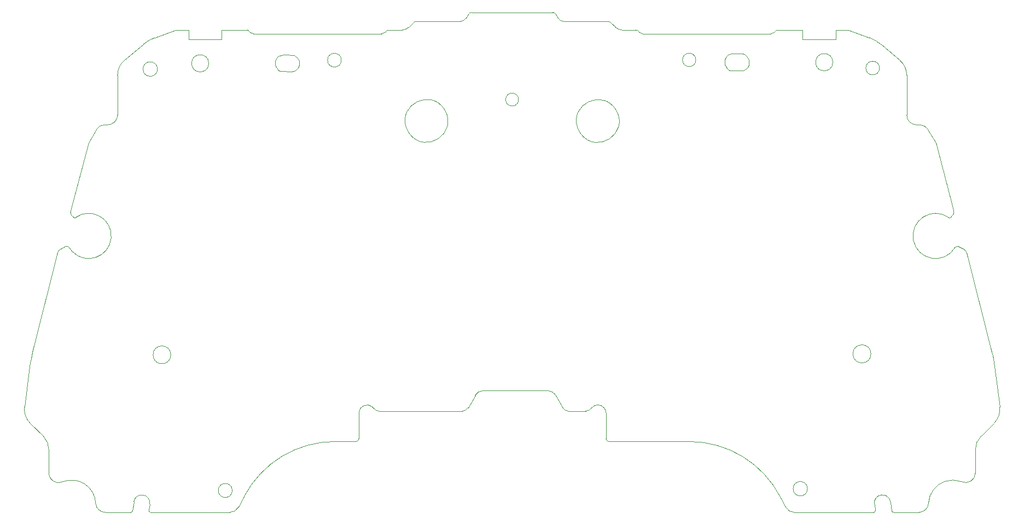
<source format=gm1>
G04 #@! TF.GenerationSoftware,KiCad,Pcbnew,9.0.3-9.0.3-0~ubuntu22.04.1*
G04 #@! TF.CreationDate,2025-08-06T12:37:18-06:00*
G04 #@! TF.ProjectId,Steam_Controller,53746561-6d5f-4436-9f6e-74726f6c6c65,rev?*
G04 #@! TF.SameCoordinates,Original*
G04 #@! TF.FileFunction,Profile,NP*
%FSLAX46Y46*%
G04 Gerber Fmt 4.6, Leading zero omitted, Abs format (unit mm)*
G04 Created by KiCad (PCBNEW 9.0.3-9.0.3-0~ubuntu22.04.1) date 2025-08-06 12:37:18*
%MOMM*%
%LPD*%
G01*
G04 APERTURE LIST*
G04 #@! TA.AperFunction,Profile*
%ADD10C,0.050000*%
G04 #@! TD*
G04 APERTURE END LIST*
D10*
X186570000Y-63540000D02*
X186770000Y-63580000D01*
X78306142Y-118136626D02*
X80381053Y-120199562D01*
X213981809Y-70425008D02*
X213981809Y-64238469D01*
X96827115Y-130645243D02*
X96705011Y-131530305D01*
X180304789Y-120972680D02*
G75*
G02*
X194459979Y-129631555I-139J-15899840D01*
G01*
X160903175Y-55935426D02*
G75*
G02*
X160196047Y-55642539I25J1000126D01*
G01*
X118850000Y-61135000D02*
X118210000Y-61105000D01*
X116480000Y-61575000D02*
X116320000Y-61845000D01*
X196579200Y-131935426D02*
X208908478Y-131935426D01*
X94350569Y-130303578D02*
G75*
G02*
X96827030Y-130645231I1238231J-170822D01*
G01*
X112429259Y-57659697D02*
X112096795Y-57327231D01*
X146074659Y-115752520D02*
G75*
G02*
X145214077Y-116252524I-866059J500020D01*
G01*
X90328155Y-71935428D02*
X89816014Y-71935428D01*
X78722871Y-106821702D02*
X78652444Y-107106267D01*
X227087099Y-106821702D02*
X223240885Y-91732492D01*
X227568201Y-109345508D02*
X227479199Y-108723493D01*
X107925909Y-57256734D02*
X107925909Y-58700807D01*
X221245287Y-85094203D02*
X218463670Y-74713084D01*
X188690000Y-63540000D02*
X188950000Y-63400000D01*
X84532831Y-85213078D02*
X84532831Y-85458763D01*
X186550000Y-60980000D02*
X186330000Y-61120000D01*
X117170000Y-63645000D02*
X118790000Y-63675000D01*
X163082622Y-72534700D02*
G75*
G02*
X163545376Y-73361001I3080778J1182600D01*
G01*
X119390000Y-61315000D02*
X119180000Y-61205000D01*
X189510000Y-62710000D02*
X189570000Y-62330000D01*
X224604982Y-125830600D02*
G75*
G02*
X222451151Y-127186622I-1503782J0D01*
G01*
X146295787Y-54658885D02*
X146119240Y-54835431D01*
X181339496Y-61890000D02*
G75*
G02*
X179280504Y-61890000I-1029496J0D01*
G01*
X179280504Y-61890000D02*
G75*
G02*
X181339496Y-61890000I1029496J0D01*
G01*
X145772848Y-55435407D02*
G75*
G02*
X144906800Y-55935423I-866048J500007D01*
G01*
X163545372Y-73361004D02*
G75*
G02*
X163082618Y-72534701I1632728J1457104D01*
G01*
X212906293Y-61945896D02*
G75*
G02*
X213981809Y-64238469I-1924493J-2301404D01*
G01*
X227278848Y-107642471D02*
X227157518Y-107106267D01*
X119120000Y-63645000D02*
X119370000Y-63525000D01*
X188830000Y-61020000D02*
X188500000Y-60890000D01*
X212906293Y-61945896D02*
X210003297Y-59492432D01*
X119950000Y-62635000D02*
X119950000Y-62345000D01*
X217361689Y-130505448D02*
G75*
G02*
X215863329Y-131935421I-1498289J69948D01*
G01*
X131217527Y-115581088D02*
G75*
G02*
X131422569Y-115791570I-786527J-971312D01*
G01*
X167882307Y-120972532D02*
X180304789Y-120972749D01*
X84821553Y-91551594D02*
G75*
G02*
X84340692Y-90914494I2610447J2470294D01*
G01*
X146119240Y-54835431D02*
X145772848Y-55435407D01*
X222751667Y-91148896D02*
G75*
G02*
X223240885Y-91732492I-380367J-815704D01*
G01*
X116980000Y-63605000D02*
X117170000Y-63645000D01*
X159690731Y-54835431D02*
X159510057Y-54654758D01*
X209104959Y-131735400D02*
X209104959Y-131530305D01*
X119910000Y-61985000D02*
X119790000Y-61725000D01*
X96705011Y-131530305D02*
X96705011Y-131739194D01*
X144906800Y-55935426D02*
X138012134Y-55935426D01*
X219855485Y-127152662D02*
G75*
G02*
X222451151Y-127186618I1251815J-3534638D01*
G01*
X82354738Y-127291093D02*
G75*
G02*
X81204903Y-125821684I350162J1458593D01*
G01*
X111922700Y-57256734D02*
X107925909Y-57256734D01*
X193701473Y-57339393D02*
G75*
G02*
X193883178Y-57256734I186127J-168107D01*
G01*
X96905000Y-131935426D02*
G75*
G02*
X96705010Y-131739194I0J200026D01*
G01*
X204957922Y-57256749D02*
X202975771Y-57256742D01*
X185810000Y-62110000D02*
X185810000Y-62380000D01*
X208450000Y-107400000D02*
G75*
G02*
X205653646Y-107400000I-1398177J0D01*
G01*
X205653646Y-107400000D02*
G75*
G02*
X208450000Y-107400000I1398177J0D01*
G01*
X227157518Y-107106267D02*
X227087099Y-106821702D01*
X186770000Y-63580000D02*
X188480000Y-63580000D01*
X109592081Y-128550000D02*
G75*
G02*
X107427919Y-128550000I-1082081J0D01*
G01*
X107427919Y-128550000D02*
G75*
G02*
X109592081Y-128550000I1082081J0D01*
G01*
X80381053Y-120199562D02*
G75*
G02*
X81204904Y-122264600I-2176153J-2065038D01*
G01*
X186450000Y-63490000D02*
X186570000Y-63540000D01*
X133204033Y-57636402D02*
G75*
G02*
X132723352Y-57835408I-480633J480902D01*
G01*
X172032511Y-57256704D02*
X169922900Y-57256704D01*
X89946639Y-131935426D02*
X93870534Y-131935289D01*
X153899823Y-68035426D02*
G75*
G02*
X151910147Y-68035426I-994838J0D01*
G01*
X151910147Y-68035426D02*
G75*
G02*
X153899823Y-68035426I994838J0D01*
G01*
X95806830Y-59492303D02*
G75*
G02*
X97617691Y-58440432I3872870J-4582697D01*
G01*
X110558254Y-131133882D02*
X111434395Y-129468791D01*
X209104959Y-131735400D02*
G75*
G02*
X208908478Y-131935427I-200059J0D01*
G01*
X135876467Y-57256704D02*
X133757700Y-57256704D01*
X198620405Y-128280000D02*
G75*
G02*
X196399595Y-128280000I-1110405J0D01*
G01*
X196399595Y-128280000D02*
G75*
G02*
X198620405Y-128280000I1110405J0D01*
G01*
X95806830Y-59492303D02*
X92891715Y-61955951D01*
X116230000Y-62625000D02*
X116290000Y-62855000D01*
X185890000Y-62750000D02*
X185960000Y-62900000D01*
X91828161Y-70435400D02*
G75*
G02*
X90328155Y-71935461I-1500061J0D01*
G01*
X192951783Y-57835424D02*
X173086600Y-57835424D01*
X186150000Y-63220000D02*
X186320000Y-63370000D01*
X209104959Y-131530305D02*
X208982856Y-130645224D01*
X225504871Y-120122262D02*
X227509102Y-118131396D01*
X202544166Y-62250000D02*
G75*
G02*
X199875834Y-62250000I-1334166J0D01*
G01*
X199875834Y-62250000D02*
G75*
G02*
X202544166Y-62250000I1334166J0D01*
G01*
X189210000Y-61330000D02*
X188830000Y-61020000D01*
X87346300Y-74713084D02*
X84532831Y-85213078D01*
X116320000Y-61845000D02*
X116250000Y-62115000D01*
X137658512Y-56081915D02*
X136905469Y-56834963D01*
X132318300Y-116252523D02*
G75*
G02*
X131870927Y-116157413I0J1099723D01*
G01*
X185810000Y-62380000D02*
X185850000Y-62570000D01*
X169922900Y-57256704D02*
G75*
G02*
X168878559Y-56808416I0J1440604D01*
G01*
X185960000Y-62900000D02*
X186040000Y-63040000D01*
X83655506Y-90819767D02*
X83057913Y-91149109D01*
X82563865Y-91752972D02*
X78722871Y-106821702D01*
X129180875Y-116552500D02*
G75*
G02*
X129982925Y-115385572I1249925J0D01*
G01*
X100075354Y-107550000D02*
G75*
G02*
X97324646Y-107550000I-1375354J0D01*
G01*
X97324646Y-107550000D02*
G75*
G02*
X100075354Y-107550000I1375354J0D01*
G01*
X196579200Y-131935426D02*
G75*
G02*
X195252179Y-131134752I0J1500026D01*
G01*
X125525012Y-120972679D02*
X128752018Y-120972510D01*
X202975771Y-57256742D02*
X202975771Y-58700814D01*
X148485000Y-113077644D02*
X158333200Y-113077644D01*
X215994000Y-71935428D02*
X215481800Y-71935428D01*
X100852052Y-57256749D02*
X97617688Y-58440423D01*
X116200000Y-62375000D02*
X116230000Y-62625000D01*
X186000000Y-61500000D02*
X185900000Y-61670000D01*
X116250000Y-62115000D02*
X116200000Y-62375000D01*
X98010001Y-63310000D02*
G75*
G02*
X95772681Y-63310000I-1118660J0D01*
G01*
X95772681Y-63310000D02*
G75*
G02*
X98010001Y-63310000I1118660J0D01*
G01*
X85339865Y-86284706D02*
G75*
G02*
X84820609Y-91552487I2019555J-2858554D01*
G01*
X85093009Y-86284706D02*
X85339865Y-86284706D01*
X102834203Y-57256742D02*
X100852052Y-57256749D01*
X186330000Y-61120000D02*
X186160000Y-61270000D01*
X220716959Y-86284706D02*
X220823917Y-86240407D01*
X160015385Y-55397130D02*
X159690731Y-54835431D01*
X81204904Y-122264600D02*
X81204904Y-125821684D01*
X133453287Y-57387339D02*
G75*
G02*
X133757700Y-57256703I304413J-289361D01*
G01*
X78330759Y-108723493D02*
X78241757Y-109345508D01*
X132723352Y-57835424D02*
X112853500Y-57835424D01*
X165189183Y-115791572D02*
G75*
G02*
X167152337Y-115765846I991717J-760928D01*
G01*
X137029943Y-73342471D02*
G75*
G02*
X136567196Y-72516166I1633057J1457271D01*
G01*
X88516928Y-72685485D02*
G75*
G02*
X89816014Y-71935427I1299172J-750115D01*
G01*
X159203000Y-54530000D02*
X146606915Y-54530000D01*
X102834203Y-58700814D02*
X102834203Y-57256742D01*
X116690000Y-63435000D02*
X116810000Y-63525000D01*
X119630000Y-61485000D02*
X119390000Y-61315000D01*
X221469270Y-90914499D02*
G75*
G02*
X221864948Y-90735414I397230J-351001D01*
G01*
X167774907Y-55935597D02*
X160903175Y-55935477D01*
X119790000Y-61725000D02*
X119630000Y-61485000D01*
X85090269Y-86291356D02*
G75*
G02*
X84532845Y-85458763I343031J832556D01*
G01*
X116810000Y-63525000D02*
X116980000Y-63605000D01*
X188500000Y-60890000D02*
X186800000Y-60890000D01*
X88516928Y-72685485D02*
X87346300Y-74713084D01*
X221245287Y-85094203D02*
G75*
G02*
X220823917Y-86240407I-923387J-311097D01*
G01*
X167152307Y-115765870D02*
G75*
G02*
X167430902Y-116556398I-971507J-786730D01*
G01*
X172601540Y-57632001D02*
X172320587Y-57351020D01*
X118790000Y-63675000D02*
X119120000Y-63645000D01*
X78531114Y-107642471D02*
X78423860Y-108181674D01*
X111434395Y-129468791D02*
G75*
G02*
X125525012Y-120972679I14071005J-7403909D01*
G01*
X165189289Y-115791648D02*
G75*
G02*
X164300000Y-116252523I-896189J640848D01*
G01*
X189530000Y-61860000D02*
X189400000Y-61590000D01*
X146295787Y-54658885D02*
G75*
G02*
X146606915Y-54529977I311213J-311215D01*
G01*
X222751667Y-91148896D02*
X221864948Y-90735414D01*
X209772015Y-63150000D02*
G75*
G02*
X207650507Y-63150000I-1060754J0D01*
G01*
X207650507Y-63150000D02*
G75*
G02*
X209772015Y-63150000I1060754J0D01*
G01*
X185850000Y-61880000D02*
X185810000Y-62110000D01*
X129180875Y-120532700D02*
G75*
G02*
X128752018Y-120972535I-439975J0D01*
G01*
X188480000Y-63580000D02*
X188690000Y-63540000D01*
X133453287Y-57387339D02*
X133204033Y-57636402D01*
X136567193Y-72516167D02*
G75*
G02*
X137029937Y-73342476I3080807J1182567D01*
G01*
X197884061Y-58700807D02*
X197884065Y-57256734D01*
X167882307Y-120972532D02*
G75*
G02*
X167430874Y-120539493I-11407J439932D01*
G01*
X228370705Y-115622564D02*
X227568155Y-109345514D01*
X111922700Y-57256734D02*
G75*
G02*
X112096805Y-57327221I0J-250266D01*
G01*
X217361690Y-130505448D02*
G75*
G02*
X219855495Y-127152690I3745710J-182252D01*
G01*
X161609600Y-116252523D02*
X164300000Y-116252523D01*
X116900000Y-61245000D02*
X116690000Y-61355000D01*
X172032511Y-57256704D02*
G75*
G02*
X172320574Y-57351037I9889J-456796D01*
G01*
X186320000Y-63370000D02*
X186450000Y-63490000D01*
X117510000Y-61105000D02*
X117220000Y-61145000D01*
X186800000Y-60890000D02*
X186550000Y-60980000D01*
X224604982Y-125830600D02*
X224604982Y-122264800D01*
X118210000Y-61105000D02*
X117510000Y-61105000D01*
X119560000Y-63335000D02*
X119760000Y-63115000D01*
X189570000Y-62330000D02*
X189530000Y-61860000D01*
X91828161Y-64247300D02*
G75*
G02*
X92891717Y-61955954I3000039J0D01*
G01*
X96905000Y-131935426D02*
X109230792Y-131935426D01*
X94161166Y-131676496D02*
G75*
G02*
X93870534Y-131935302I-296966J40896D01*
G01*
X147185999Y-113827622D02*
G75*
G02*
X148485000Y-113077643I1299001J-749978D01*
G01*
X107925909Y-58700807D02*
X102834203Y-58700814D01*
X89946639Y-131935426D02*
G75*
G02*
X88454883Y-130592215I-39J1499926D01*
G01*
X82563865Y-91752972D02*
G75*
G02*
X83057931Y-91149148I874535J-211528D01*
G01*
X168878582Y-56808394D02*
X168119668Y-56050190D01*
X160196056Y-55642530D02*
G75*
G02*
X160015389Y-55397128I725644J723430D01*
G01*
X159203000Y-54530000D02*
G75*
G02*
X159510068Y-54654747I0J-440300D01*
G01*
X117220000Y-61145000D02*
X116900000Y-61245000D01*
X78241762Y-109345508D02*
X77439219Y-115622505D01*
X197884065Y-57256734D02*
X193883178Y-57256734D01*
X136905469Y-56834963D02*
G75*
G02*
X135876467Y-57256731I-1018469J1018663D01*
G01*
X185900000Y-61670000D02*
X185850000Y-61880000D01*
X131870924Y-116157420D02*
G75*
G02*
X131422590Y-115791555I449476J1008420D01*
G01*
X137658512Y-56081915D02*
G75*
G02*
X138012134Y-55935441I353688J-353785D01*
G01*
X159632222Y-113827625D02*
X160743556Y-115752511D01*
X159473805Y-113603471D02*
G75*
G02*
X159632220Y-113827626I-1140305J-973929D01*
G01*
X83275705Y-127219686D02*
G75*
G02*
X88454885Y-130592217I1425395J-3474114D01*
G01*
X193380506Y-57659906D02*
G75*
G02*
X192951783Y-57835425I-424206J424806D01*
G01*
X161609600Y-116252523D02*
G75*
G02*
X160743555Y-115752512I0J1000023D01*
G01*
X78652444Y-107106267D02*
X78531114Y-107642471D01*
X129982915Y-115385547D02*
G75*
G02*
X130690761Y-115329858I448285J-1171553D01*
G01*
X116410000Y-63055000D02*
X116540000Y-63235000D01*
X78423860Y-108181674D02*
X78330759Y-108723493D01*
X193701473Y-57339393D02*
X193380503Y-57659904D01*
X167430874Y-116556398D02*
X167430874Y-120539493D01*
X211460050Y-130308275D02*
X211649054Y-131678281D01*
X215481800Y-71935428D02*
G75*
G02*
X213981808Y-70425008I0J1500028D01*
G01*
X132318300Y-116252523D02*
X145214077Y-116252523D01*
X221469270Y-90914499D02*
G75*
G02*
X220470043Y-86284705I-3018770J1771199D01*
G01*
X189400000Y-61590000D02*
X189210000Y-61330000D01*
X227386102Y-108181674D02*
X227278848Y-107642471D01*
X91828161Y-64247300D02*
X91828161Y-70435400D01*
X83655506Y-90819767D02*
G75*
G02*
X84340661Y-90914519I287294J-447133D01*
G01*
X188950000Y-63400000D02*
X189190000Y-63220000D01*
X185850000Y-62570000D02*
X185890000Y-62750000D01*
X116290000Y-62855000D02*
X116410000Y-63055000D01*
X94161166Y-131676496D02*
X94350569Y-130303578D01*
X110558254Y-131133882D02*
G75*
G02*
X109230792Y-131935439I-1327554J698582D01*
G01*
X129180875Y-120532700D02*
X129180875Y-116552500D01*
X158333200Y-113077644D02*
G75*
G02*
X159473795Y-113603479I0J-1499956D01*
G01*
X116690000Y-61355000D02*
X116480000Y-61575000D01*
X208192174Y-58440382D02*
X204957922Y-57256749D01*
X116540000Y-63235000D02*
X116690000Y-63435000D01*
X78306142Y-118136626D02*
G75*
G02*
X77439286Y-115622513I2108858J2133626D01*
G01*
X227479204Y-108723493D02*
X227386102Y-108181674D01*
X130690765Y-115329837D02*
G75*
G02*
X131217527Y-115581087I-260065J-1223063D01*
G01*
X119180000Y-61205000D02*
X118850000Y-61135000D01*
X218463670Y-74713084D02*
X217274331Y-72654110D01*
X112853500Y-57835424D02*
G75*
G02*
X112429247Y-57659709I0J600024D01*
G01*
X173086600Y-57835424D02*
G75*
G02*
X172601556Y-57631985I200J680424D01*
G01*
X211946000Y-131935426D02*
G75*
G02*
X211649054Y-131678281I0J300026D01*
G01*
X208192174Y-58440382D02*
G75*
G02*
X210003305Y-59492423I-2062474J-5635618D01*
G01*
X224604982Y-122264800D02*
G75*
G02*
X225504858Y-120122249I3000818J-100D01*
G01*
X208982856Y-130645224D02*
G75*
G02*
X211459984Y-130308284I1238244J170824D01*
G01*
X215994000Y-71935428D02*
G75*
G02*
X217274322Y-72654116I0J-1499772D01*
G01*
X220470042Y-86284706D02*
X220716959Y-86284706D01*
X119760000Y-63115000D02*
X119860000Y-62905000D01*
X211946000Y-131935426D02*
X215863329Y-131935426D01*
X105948006Y-62420000D02*
G75*
G02*
X103291994Y-62420000I-1328006J0D01*
G01*
X103291994Y-62420000D02*
G75*
G02*
X105948006Y-62420000I1328006J0D01*
G01*
X186040000Y-63040000D02*
X186150000Y-63220000D01*
X167774907Y-55935597D02*
G75*
G02*
X168119654Y-56050207I15393J-529503D01*
G01*
X119860000Y-62905000D02*
X119950000Y-62635000D01*
X126465317Y-61930000D02*
G75*
G02*
X124334683Y-61930000I-1065317J0D01*
G01*
X124334683Y-61930000D02*
G75*
G02*
X126465317Y-61930000I1065317J0D01*
G01*
X194459979Y-129631555D02*
X195252177Y-131134753D01*
X189190000Y-63220000D02*
X189370000Y-62990000D01*
X186160000Y-61270000D02*
X186000000Y-61500000D01*
X83275705Y-127219686D02*
G75*
G02*
X82354738Y-127291092I-570805J1387186D01*
G01*
X228370705Y-115622564D02*
G75*
G02*
X227509088Y-118131382I-2975605J-380436D01*
G01*
X119950000Y-62345000D02*
X119910000Y-61985000D01*
X119370000Y-63525000D02*
X119560000Y-63335000D01*
X202975771Y-58700814D02*
X197884061Y-58700807D01*
X189370000Y-62990000D02*
X189510000Y-62710000D01*
X146074659Y-115752520D02*
X147185999Y-113827622D01*
M02*

</source>
